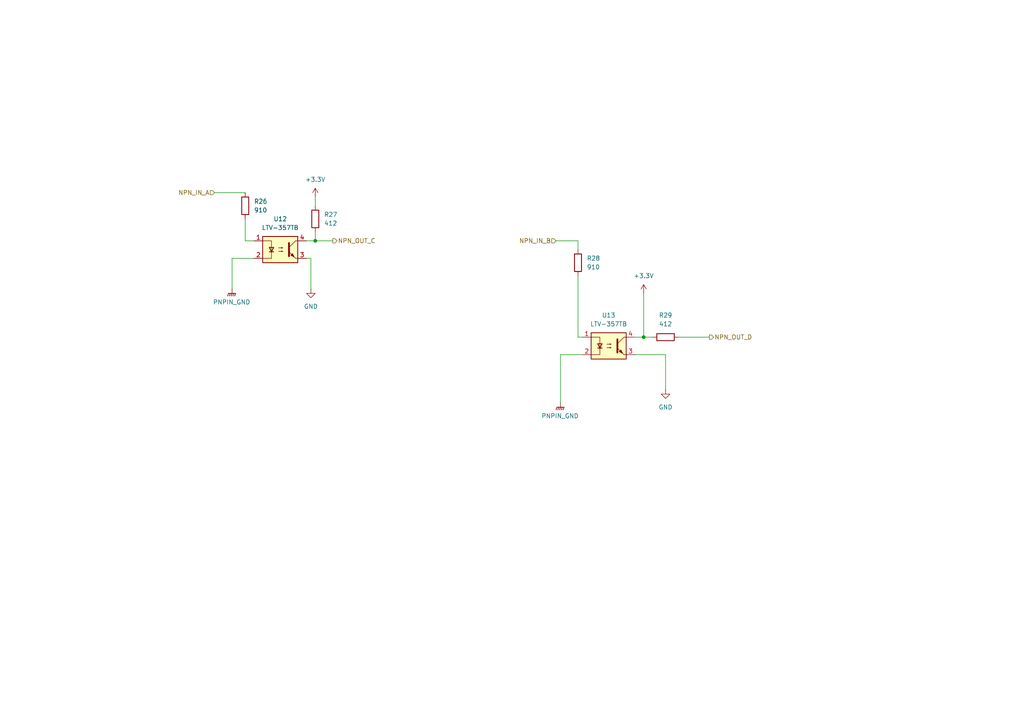
<source format=kicad_sch>
(kicad_sch
	(version 20250114)
	(generator "eeschema")
	(generator_version "9.0")
	(uuid "2c5eaa25-9f11-41e0-ab8b-c54f4512e3ef")
	(paper "A4")
	(lib_symbols
		(symbol "Device:R"
			(pin_numbers
				(hide yes)
			)
			(pin_names
				(offset 0)
			)
			(exclude_from_sim no)
			(in_bom yes)
			(on_board yes)
			(property "Reference" "R"
				(at 2.032 0 90)
				(effects
					(font
						(size 1.27 1.27)
					)
				)
			)
			(property "Value" "R"
				(at 0 0 90)
				(effects
					(font
						(size 1.27 1.27)
					)
				)
			)
			(property "Footprint" ""
				(at -1.778 0 90)
				(effects
					(font
						(size 1.27 1.27)
					)
					(hide yes)
				)
			)
			(property "Datasheet" "~"
				(at 0 0 0)
				(effects
					(font
						(size 1.27 1.27)
					)
					(hide yes)
				)
			)
			(property "Description" "Resistor"
				(at 0 0 0)
				(effects
					(font
						(size 1.27 1.27)
					)
					(hide yes)
				)
			)
			(property "ki_keywords" "R res resistor"
				(at 0 0 0)
				(effects
					(font
						(size 1.27 1.27)
					)
					(hide yes)
				)
			)
			(property "ki_fp_filters" "R_*"
				(at 0 0 0)
				(effects
					(font
						(size 1.27 1.27)
					)
					(hide yes)
				)
			)
			(symbol "R_0_1"
				(rectangle
					(start -1.016 -2.54)
					(end 1.016 2.54)
					(stroke
						(width 0.254)
						(type default)
					)
					(fill
						(type none)
					)
				)
			)
			(symbol "R_1_1"
				(pin passive line
					(at 0 3.81 270)
					(length 1.27)
					(name "~"
						(effects
							(font
								(size 1.27 1.27)
							)
						)
					)
					(number "1"
						(effects
							(font
								(size 1.27 1.27)
							)
						)
					)
				)
				(pin passive line
					(at 0 -3.81 90)
					(length 1.27)
					(name "~"
						(effects
							(font
								(size 1.27 1.27)
							)
						)
					)
					(number "2"
						(effects
							(font
								(size 1.27 1.27)
							)
						)
					)
				)
			)
			(embedded_fonts no)
		)
		(symbol "Isolator:LTV-357T"
			(pin_names
				(offset 1.016)
			)
			(exclude_from_sim no)
			(in_bom yes)
			(on_board yes)
			(property "Reference" "U"
				(at -5.334 4.826 0)
				(effects
					(font
						(size 1.27 1.27)
					)
					(justify left)
				)
			)
			(property "Value" "LTV-357T"
				(at 0 5.08 0)
				(effects
					(font
						(size 1.27 1.27)
					)
					(justify left)
				)
			)
			(property "Footprint" "Package_SO:SO-4_4.4x3.6mm_P2.54mm"
				(at -5.08 -5.08 0)
				(effects
					(font
						(size 1.27 1.27)
						(italic yes)
					)
					(justify left)
					(hide yes)
				)
			)
			(property "Datasheet" "https://www.buerklin.com/medias/sys_master/download/download/h91/ha0/8892020588574.pdf"
				(at 0 0 0)
				(effects
					(font
						(size 1.27 1.27)
					)
					(justify left)
					(hide yes)
				)
			)
			(property "Description" "DC Optocoupler, Vce 35V, CTR 50%, SO-4"
				(at 0 0 0)
				(effects
					(font
						(size 1.27 1.27)
					)
					(hide yes)
				)
			)
			(property "ki_keywords" "NPN DC Optocoupler"
				(at 0 0 0)
				(effects
					(font
						(size 1.27 1.27)
					)
					(hide yes)
				)
			)
			(property "ki_fp_filters" "SO*4.4x3.6mm*P2.54mm*"
				(at 0 0 0)
				(effects
					(font
						(size 1.27 1.27)
					)
					(hide yes)
				)
			)
			(symbol "LTV-357T_0_1"
				(rectangle
					(start -5.08 3.81)
					(end 5.08 -3.81)
					(stroke
						(width 0.254)
						(type default)
					)
					(fill
						(type background)
					)
				)
				(polyline
					(pts
						(xy -5.08 2.54) (xy -2.54 2.54) (xy -2.54 -0.762)
					)
					(stroke
						(width 0)
						(type default)
					)
					(fill
						(type none)
					)
				)
				(polyline
					(pts
						(xy -3.175 -0.635) (xy -1.905 -0.635)
					)
					(stroke
						(width 0.254)
						(type default)
					)
					(fill
						(type none)
					)
				)
				(polyline
					(pts
						(xy -2.54 -0.635) (xy -2.54 -2.54) (xy -5.08 -2.54)
					)
					(stroke
						(width 0)
						(type default)
					)
					(fill
						(type none)
					)
				)
				(polyline
					(pts
						(xy -2.54 -0.635) (xy -3.175 0.635) (xy -1.905 0.635) (xy -2.54 -0.635)
					)
					(stroke
						(width 0.254)
						(type default)
					)
					(fill
						(type none)
					)
				)
				(polyline
					(pts
						(xy -0.508 0.508) (xy 0.762 0.508) (xy 0.381 0.381) (xy 0.381 0.635) (xy 0.762 0.508)
					)
					(stroke
						(width 0)
						(type default)
					)
					(fill
						(type none)
					)
				)
				(polyline
					(pts
						(xy -0.508 -0.508) (xy 0.762 -0.508) (xy 0.381 -0.635) (xy 0.381 -0.381) (xy 0.762 -0.508)
					)
					(stroke
						(width 0)
						(type default)
					)
					(fill
						(type none)
					)
				)
				(polyline
					(pts
						(xy 2.54 1.905) (xy 2.54 -1.905) (xy 2.54 -1.905)
					)
					(stroke
						(width 0.508)
						(type default)
					)
					(fill
						(type none)
					)
				)
				(polyline
					(pts
						(xy 2.54 0.635) (xy 4.445 2.54)
					)
					(stroke
						(width 0)
						(type default)
					)
					(fill
						(type none)
					)
				)
				(polyline
					(pts
						(xy 3.048 -1.651) (xy 3.556 -1.143) (xy 4.064 -2.159) (xy 3.048 -1.651) (xy 3.048 -1.651)
					)
					(stroke
						(width 0)
						(type default)
					)
					(fill
						(type outline)
					)
				)
				(polyline
					(pts
						(xy 4.445 2.54) (xy 5.08 2.54)
					)
					(stroke
						(width 0)
						(type default)
					)
					(fill
						(type none)
					)
				)
				(polyline
					(pts
						(xy 4.445 -2.54) (xy 2.54 -0.635)
					)
					(stroke
						(width 0)
						(type default)
					)
					(fill
						(type outline)
					)
				)
				(polyline
					(pts
						(xy 4.445 -2.54) (xy 5.08 -2.54)
					)
					(stroke
						(width 0)
						(type default)
					)
					(fill
						(type none)
					)
				)
			)
			(symbol "LTV-357T_1_1"
				(pin passive line
					(at -7.62 2.54 0)
					(length 2.54)
					(name "~"
						(effects
							(font
								(size 1.27 1.27)
							)
						)
					)
					(number "1"
						(effects
							(font
								(size 1.27 1.27)
							)
						)
					)
				)
				(pin passive line
					(at -7.62 -2.54 0)
					(length 2.54)
					(name "~"
						(effects
							(font
								(size 1.27 1.27)
							)
						)
					)
					(number "2"
						(effects
							(font
								(size 1.27 1.27)
							)
						)
					)
				)
				(pin passive line
					(at 7.62 2.54 180)
					(length 2.54)
					(name "~"
						(effects
							(font
								(size 1.27 1.27)
							)
						)
					)
					(number "4"
						(effects
							(font
								(size 1.27 1.27)
							)
						)
					)
				)
				(pin passive line
					(at 7.62 -2.54 180)
					(length 2.54)
					(name "~"
						(effects
							(font
								(size 1.27 1.27)
							)
						)
					)
					(number "3"
						(effects
							(font
								(size 1.27 1.27)
							)
						)
					)
				)
			)
			(embedded_fonts no)
		)
		(symbol "power:+3.3V"
			(power)
			(pin_numbers
				(hide yes)
			)
			(pin_names
				(offset 0)
				(hide yes)
			)
			(exclude_from_sim no)
			(in_bom yes)
			(on_board yes)
			(property "Reference" "#PWR"
				(at 0 -3.81 0)
				(effects
					(font
						(size 1.27 1.27)
					)
					(hide yes)
				)
			)
			(property "Value" "+3.3V"
				(at 0 3.556 0)
				(effects
					(font
						(size 1.27 1.27)
					)
				)
			)
			(property "Footprint" ""
				(at 0 0 0)
				(effects
					(font
						(size 1.27 1.27)
					)
					(hide yes)
				)
			)
			(property "Datasheet" ""
				(at 0 0 0)
				(effects
					(font
						(size 1.27 1.27)
					)
					(hide yes)
				)
			)
			(property "Description" "Power symbol creates a global label with name \"+3.3V\""
				(at 0 0 0)
				(effects
					(font
						(size 1.27 1.27)
					)
					(hide yes)
				)
			)
			(property "ki_keywords" "global power"
				(at 0 0 0)
				(effects
					(font
						(size 1.27 1.27)
					)
					(hide yes)
				)
			)
			(symbol "+3.3V_0_1"
				(polyline
					(pts
						(xy -0.762 1.27) (xy 0 2.54)
					)
					(stroke
						(width 0)
						(type default)
					)
					(fill
						(type none)
					)
				)
				(polyline
					(pts
						(xy 0 2.54) (xy 0.762 1.27)
					)
					(stroke
						(width 0)
						(type default)
					)
					(fill
						(type none)
					)
				)
				(polyline
					(pts
						(xy 0 0) (xy 0 2.54)
					)
					(stroke
						(width 0)
						(type default)
					)
					(fill
						(type none)
					)
				)
			)
			(symbol "+3.3V_1_1"
				(pin power_in line
					(at 0 0 90)
					(length 0)
					(name "~"
						(effects
							(font
								(size 1.27 1.27)
							)
						)
					)
					(number "1"
						(effects
							(font
								(size 1.27 1.27)
							)
						)
					)
				)
			)
			(embedded_fonts no)
		)
		(symbol "power:GND"
			(power)
			(pin_numbers
				(hide yes)
			)
			(pin_names
				(offset 0)
				(hide yes)
			)
			(exclude_from_sim no)
			(in_bom yes)
			(on_board yes)
			(property "Reference" "#PWR"
				(at 0 -6.35 0)
				(effects
					(font
						(size 1.27 1.27)
					)
					(hide yes)
				)
			)
			(property "Value" "GND"
				(at 0 -3.81 0)
				(effects
					(font
						(size 1.27 1.27)
					)
				)
			)
			(property "Footprint" ""
				(at 0 0 0)
				(effects
					(font
						(size 1.27 1.27)
					)
					(hide yes)
				)
			)
			(property "Datasheet" ""
				(at 0 0 0)
				(effects
					(font
						(size 1.27 1.27)
					)
					(hide yes)
				)
			)
			(property "Description" "Power symbol creates a global label with name \"GND\" , ground"
				(at 0 0 0)
				(effects
					(font
						(size 1.27 1.27)
					)
					(hide yes)
				)
			)
			(property "ki_keywords" "global power"
				(at 0 0 0)
				(effects
					(font
						(size 1.27 1.27)
					)
					(hide yes)
				)
			)
			(symbol "GND_0_1"
				(polyline
					(pts
						(xy 0 0) (xy 0 -1.27) (xy 1.27 -1.27) (xy 0 -2.54) (xy -1.27 -1.27) (xy 0 -1.27)
					)
					(stroke
						(width 0)
						(type default)
					)
					(fill
						(type none)
					)
				)
			)
			(symbol "GND_1_1"
				(pin power_in line
					(at 0 0 270)
					(length 0)
					(name "~"
						(effects
							(font
								(size 1.27 1.27)
							)
						)
					)
					(number "1"
						(effects
							(font
								(size 1.27 1.27)
							)
						)
					)
				)
			)
			(embedded_fonts no)
		)
		(symbol "power:GNDPWR"
			(power)
			(pin_numbers
				(hide yes)
			)
			(pin_names
				(offset 0)
				(hide yes)
			)
			(exclude_from_sim no)
			(in_bom yes)
			(on_board yes)
			(property "Reference" "#PWR"
				(at 0 -5.08 0)
				(effects
					(font
						(size 1.27 1.27)
					)
					(hide yes)
				)
			)
			(property "Value" "GNDPWR"
				(at 0 -3.302 0)
				(effects
					(font
						(size 1.27 1.27)
					)
				)
			)
			(property "Footprint" ""
				(at 0 -1.27 0)
				(effects
					(font
						(size 1.27 1.27)
					)
					(hide yes)
				)
			)
			(property "Datasheet" ""
				(at 0 -1.27 0)
				(effects
					(font
						(size 1.27 1.27)
					)
					(hide yes)
				)
			)
			(property "Description" "Power symbol creates a global label with name \"GNDPWR\" , global ground"
				(at 0 0 0)
				(effects
					(font
						(size 1.27 1.27)
					)
					(hide yes)
				)
			)
			(property "ki_keywords" "global ground"
				(at 0 0 0)
				(effects
					(font
						(size 1.27 1.27)
					)
					(hide yes)
				)
			)
			(symbol "GNDPWR_0_1"
				(polyline
					(pts
						(xy -1.016 -1.27) (xy -1.27 -2.032) (xy -1.27 -2.032)
					)
					(stroke
						(width 0.2032)
						(type default)
					)
					(fill
						(type none)
					)
				)
				(polyline
					(pts
						(xy -0.508 -1.27) (xy -0.762 -2.032) (xy -0.762 -2.032)
					)
					(stroke
						(width 0.2032)
						(type default)
					)
					(fill
						(type none)
					)
				)
				(polyline
					(pts
						(xy 0 -1.27) (xy 0 0)
					)
					(stroke
						(width 0)
						(type default)
					)
					(fill
						(type none)
					)
				)
				(polyline
					(pts
						(xy 0 -1.27) (xy -0.254 -2.032) (xy -0.254 -2.032)
					)
					(stroke
						(width 0.2032)
						(type default)
					)
					(fill
						(type none)
					)
				)
				(polyline
					(pts
						(xy 0.508 -1.27) (xy 0.254 -2.032) (xy 0.254 -2.032)
					)
					(stroke
						(width 0.2032)
						(type default)
					)
					(fill
						(type none)
					)
				)
				(polyline
					(pts
						(xy 1.016 -1.27) (xy -1.016 -1.27) (xy -1.016 -1.27)
					)
					(stroke
						(width 0.2032)
						(type default)
					)
					(fill
						(type none)
					)
				)
				(polyline
					(pts
						(xy 1.016 -1.27) (xy 0.762 -2.032) (xy 0.762 -2.032) (xy 0.762 -2.032)
					)
					(stroke
						(width 0.2032)
						(type default)
					)
					(fill
						(type none)
					)
				)
			)
			(symbol "GNDPWR_1_1"
				(pin power_in line
					(at 0 0 270)
					(length 0)
					(name "~"
						(effects
							(font
								(size 1.27 1.27)
							)
						)
					)
					(number "1"
						(effects
							(font
								(size 1.27 1.27)
							)
						)
					)
				)
			)
			(embedded_fonts no)
		)
	)
	(junction
		(at 91.44 69.85)
		(diameter 0)
		(color 0 0 0 0)
		(uuid "781cb962-222a-473e-b23d-773c97de4571")
	)
	(junction
		(at 186.69 97.79)
		(diameter 0)
		(color 0 0 0 0)
		(uuid "f3fe7a17-85f4-48df-b093-b4ef1fad4972")
	)
	(wire
		(pts
			(xy 91.44 57.15) (xy 91.44 59.69)
		)
		(stroke
			(width 0)
			(type default)
		)
		(uuid "065fa259-dd4b-44a2-9cd9-edf39840287d")
	)
	(wire
		(pts
			(xy 90.17 83.82) (xy 90.17 74.93)
		)
		(stroke
			(width 0)
			(type default)
		)
		(uuid "24cda3b6-7b92-4ff8-b464-65ab420f85e3")
	)
	(wire
		(pts
			(xy 186.69 97.79) (xy 189.23 97.79)
		)
		(stroke
			(width 0)
			(type default)
		)
		(uuid "2ecfc529-0bbc-4e0d-a728-12b5c05ce126")
	)
	(wire
		(pts
			(xy 186.69 85.09) (xy 186.69 97.79)
		)
		(stroke
			(width 0)
			(type default)
		)
		(uuid "3e3dc0a0-0438-49a0-a84b-dcc63f1d0c92")
	)
	(wire
		(pts
			(xy 71.12 63.5) (xy 71.12 69.85)
		)
		(stroke
			(width 0)
			(type default)
		)
		(uuid "42028ef2-0d0e-4045-88ca-b5b5ca0a3dd3")
	)
	(wire
		(pts
			(xy 67.31 74.93) (xy 73.66 74.93)
		)
		(stroke
			(width 0)
			(type default)
		)
		(uuid "51c0456d-75b7-4f3b-884d-81029aa2f089")
	)
	(wire
		(pts
			(xy 88.9 74.93) (xy 90.17 74.93)
		)
		(stroke
			(width 0)
			(type default)
		)
		(uuid "63a34526-9e86-4694-9365-467d521594df")
	)
	(wire
		(pts
			(xy 167.64 69.85) (xy 161.29 69.85)
		)
		(stroke
			(width 0)
			(type default)
		)
		(uuid "6b2bca14-29b5-405e-a59a-f110f16cf689")
	)
	(wire
		(pts
			(xy 67.31 83.82) (xy 67.31 74.93)
		)
		(stroke
			(width 0)
			(type default)
		)
		(uuid "7b044938-d17a-4e59-972a-4d8dee1ca30c")
	)
	(wire
		(pts
			(xy 162.56 116.84) (xy 162.56 102.87)
		)
		(stroke
			(width 0)
			(type default)
		)
		(uuid "863410b2-bbac-4b02-8549-9e3bd34fb018")
	)
	(wire
		(pts
			(xy 71.12 69.85) (xy 73.66 69.85)
		)
		(stroke
			(width 0)
			(type default)
		)
		(uuid "90b6ff1f-2a77-42d4-b2b2-c6dd6f814342")
	)
	(wire
		(pts
			(xy 91.44 69.85) (xy 96.52 69.85)
		)
		(stroke
			(width 0)
			(type default)
		)
		(uuid "94fb162a-af45-4b17-8195-9353d2e1638c")
	)
	(wire
		(pts
			(xy 162.56 102.87) (xy 168.91 102.87)
		)
		(stroke
			(width 0)
			(type default)
		)
		(uuid "9aaaadd1-5525-4c42-ad9b-b5342ab51b4e")
	)
	(wire
		(pts
			(xy 193.04 113.03) (xy 193.04 102.87)
		)
		(stroke
			(width 0)
			(type default)
		)
		(uuid "acca4cb2-c764-40ef-8885-9c63f50fa713")
	)
	(wire
		(pts
			(xy 91.44 69.85) (xy 91.44 67.31)
		)
		(stroke
			(width 0)
			(type default)
		)
		(uuid "b48ee67e-b311-481c-925e-bbc5972a5694")
	)
	(wire
		(pts
			(xy 88.9 69.85) (xy 91.44 69.85)
		)
		(stroke
			(width 0)
			(type default)
		)
		(uuid "b8ed6416-9fa6-4a1d-9c42-eebf041a59c8")
	)
	(wire
		(pts
			(xy 184.15 102.87) (xy 193.04 102.87)
		)
		(stroke
			(width 0)
			(type default)
		)
		(uuid "c3d688bc-11cf-4596-b79d-5cb0217decaf")
	)
	(wire
		(pts
			(xy 62.23 55.88) (xy 71.12 55.88)
		)
		(stroke
			(width 0)
			(type default)
		)
		(uuid "cca70282-4258-4600-baa5-2ff95de528df")
	)
	(wire
		(pts
			(xy 167.64 72.39) (xy 167.64 69.85)
		)
		(stroke
			(width 0)
			(type default)
		)
		(uuid "e09b0620-7a4f-43e9-a1fe-448d80f0e9a5")
	)
	(wire
		(pts
			(xy 184.15 97.79) (xy 186.69 97.79)
		)
		(stroke
			(width 0)
			(type default)
		)
		(uuid "e5471ebc-319e-4441-85f1-8513cde81a0c")
	)
	(wire
		(pts
			(xy 167.64 97.79) (xy 168.91 97.79)
		)
		(stroke
			(width 0)
			(type default)
		)
		(uuid "ea22c1ea-ffb5-4909-9c72-d98c8e5071d9")
	)
	(wire
		(pts
			(xy 167.64 80.01) (xy 167.64 97.79)
		)
		(stroke
			(width 0)
			(type default)
		)
		(uuid "ecdbbd15-4e05-433b-94be-0ea8b36d9694")
	)
	(wire
		(pts
			(xy 196.85 97.79) (xy 205.74 97.79)
		)
		(stroke
			(width 0)
			(type default)
		)
		(uuid "f797cbf5-960b-4272-a78d-96d22c6321d2")
	)
	(hierarchical_label "NPN_IN_A"
		(shape input)
		(at 62.23 55.88 180)
		(effects
			(font
				(size 1.27 1.27)
			)
			(justify right)
		)
		(uuid "37bfca00-bd91-4d21-8223-ad81ffbe5dd2")
	)
	(hierarchical_label "NPN_OUT_C"
		(shape output)
		(at 96.52 69.85 0)
		(effects
			(font
				(size 1.27 1.27)
			)
			(justify left)
		)
		(uuid "6b62534c-f560-4277-994c-e84fe17a860f")
	)
	(hierarchical_label "NPN_OUT_D"
		(shape output)
		(at 205.74 97.79 0)
		(effects
			(font
				(size 1.27 1.27)
			)
			(justify left)
		)
		(uuid "e54045c4-20cd-4c25-bb54-2a59ae35fad0")
	)
	(hierarchical_label "NPN_IN_B"
		(shape input)
		(at 161.29 69.85 180)
		(effects
			(font
				(size 1.27 1.27)
			)
			(justify right)
		)
		(uuid "f3389aea-8d14-40ac-8d16-bd0088992e94")
	)
	(symbol
		(lib_id "power:GND")
		(at 90.17 83.82 0)
		(unit 1)
		(exclude_from_sim no)
		(in_bom yes)
		(on_board yes)
		(dnp no)
		(fields_autoplaced yes)
		(uuid "311da946-0671-4199-9a6c-a7cf84d957cb")
		(property "Reference" "#PWR053"
			(at 90.17 90.17 0)
			(effects
				(font
					(size 1.27 1.27)
				)
				(hide yes)
			)
		)
		(property "Value" "GND"
			(at 90.17 88.9 0)
			(effects
				(font
					(size 1.27 1.27)
				)
			)
		)
		(property "Footprint" ""
			(at 90.17 83.82 0)
			(effects
				(font
					(size 1.27 1.27)
				)
				(hide yes)
			)
		)
		(property "Datasheet" ""
			(at 90.17 83.82 0)
			(effects
				(font
					(size 1.27 1.27)
				)
				(hide yes)
			)
		)
		(property "Description" "Power symbol creates a global label with name \"GND\" , ground"
			(at 90.17 83.82 0)
			(effects
				(font
					(size 1.27 1.27)
				)
				(hide yes)
			)
		)
		(pin "1"
			(uuid "b8ff4c25-2a54-4c76-beae-ac2311e4084c")
		)
		(instances
			(project "NIVARA PROJECT"
				(path "/dc6fb271-dfd0-4448-98f1-862b1cc93a80/2ca62569-d560-4cca-9470-52fd378086ae/b63deb75-2d87-4a03-899b-8c4e00e95645"
					(reference "#PWR053")
					(unit 1)
				)
			)
		)
	)
	(symbol
		(lib_id "Isolator:LTV-357T")
		(at 176.53 100.33 0)
		(unit 1)
		(exclude_from_sim no)
		(in_bom yes)
		(on_board yes)
		(dnp no)
		(fields_autoplaced yes)
		(uuid "362914e0-9871-4c45-bd37-0121fb7c1e75")
		(property "Reference" "U13"
			(at 176.53 91.44 0)
			(effects
				(font
					(size 1.27 1.27)
				)
			)
		)
		(property "Value" "LTV-357TB"
			(at 176.53 93.98 0)
			(effects
				(font
					(size 1.27 1.27)
				)
			)
		)
		(property "Footprint" "Package_SO:SO-4_4.4x3.6mm_P2.54mm"
			(at 171.45 105.41 0)
			(effects
				(font
					(size 1.27 1.27)
					(italic yes)
				)
				(justify left)
				(hide yes)
			)
		)
		(property "Datasheet" "https://www.buerklin.com/medias/sys_master/download/download/h91/ha0/8892020588574.pdf"
			(at 176.53 100.33 0)
			(effects
				(font
					(size 1.27 1.27)
				)
				(justify left)
				(hide yes)
			)
		)
		(property "Description" "DC Optocoupler, Vce 35V, CTR 50%, SO-4"
			(at 176.53 100.33 0)
			(effects
				(font
					(size 1.27 1.27)
				)
				(hide yes)
			)
		)
		(pin "3"
			(uuid "da96d5ff-ec6a-4385-b1e8-9953b3024e06")
		)
		(pin "1"
			(uuid "0b086674-9503-4d90-bb85-763ece164b31")
		)
		(pin "2"
			(uuid "c61e6e70-46bb-4534-ae1e-d5f38f844302")
		)
		(pin "4"
			(uuid "80d28f3b-55ee-4e82-b2a7-faeeab65ec48")
		)
		(instances
			(project "NIVARA PROJECT"
				(path "/dc6fb271-dfd0-4448-98f1-862b1cc93a80/2ca62569-d560-4cca-9470-52fd378086ae/b63deb75-2d87-4a03-899b-8c4e00e95645"
					(reference "U13")
					(unit 1)
				)
			)
		)
	)
	(symbol
		(lib_id "Device:R")
		(at 71.12 59.69 0)
		(unit 1)
		(exclude_from_sim no)
		(in_bom yes)
		(on_board yes)
		(dnp no)
		(fields_autoplaced yes)
		(uuid "3e52b149-482e-40cc-a499-46f6b2bec5b5")
		(property "Reference" "R26"
			(at 73.66 58.4199 0)
			(effects
				(font
					(size 1.27 1.27)
				)
				(justify left)
			)
		)
		(property "Value" "910"
			(at 73.66 60.9599 0)
			(effects
				(font
					(size 1.27 1.27)
				)
				(justify left)
			)
		)
		(property "Footprint" "PCM_Resistor_SMD_AKL:R_0603_1608Metric"
			(at 69.342 59.69 90)
			(effects
				(font
					(size 1.27 1.27)
				)
				(hide yes)
			)
		)
		(property "Datasheet" "~"
			(at 71.12 59.69 0)
			(effects
				(font
					(size 1.27 1.27)
				)
				(hide yes)
			)
		)
		(property "Description" "Resistor"
			(at 71.12 59.69 0)
			(effects
				(font
					(size 1.27 1.27)
				)
				(hide yes)
			)
		)
		(pin "2"
			(uuid "453071ec-639a-4144-9d6a-59f7ba5156e3")
		)
		(pin "1"
			(uuid "c46f2032-238c-4a23-952b-a894502f4be3")
		)
		(instances
			(project "NIVARA PROJECT"
				(path "/dc6fb271-dfd0-4448-98f1-862b1cc93a80/2ca62569-d560-4cca-9470-52fd378086ae/b63deb75-2d87-4a03-899b-8c4e00e95645"
					(reference "R26")
					(unit 1)
				)
			)
		)
	)
	(symbol
		(lib_id "power:+3.3V")
		(at 91.44 57.15 0)
		(unit 1)
		(exclude_from_sim no)
		(in_bom yes)
		(on_board yes)
		(dnp no)
		(fields_autoplaced yes)
		(uuid "55be73c6-1a52-4629-8f34-c7877f3a866f")
		(property "Reference" "#PWR054"
			(at 91.44 60.96 0)
			(effects
				(font
					(size 1.27 1.27)
				)
				(hide yes)
			)
		)
		(property "Value" "+3.3V"
			(at 91.44 52.07 0)
			(effects
				(font
					(size 1.27 1.27)
				)
			)
		)
		(property "Footprint" ""
			(at 91.44 57.15 0)
			(effects
				(font
					(size 1.27 1.27)
				)
				(hide yes)
			)
		)
		(property "Datasheet" ""
			(at 91.44 57.15 0)
			(effects
				(font
					(size 1.27 1.27)
				)
				(hide yes)
			)
		)
		(property "Description" "Power symbol creates a global label with name \"+3.3V\""
			(at 91.44 57.15 0)
			(effects
				(font
					(size 1.27 1.27)
				)
				(hide yes)
			)
		)
		(pin "1"
			(uuid "20b7d824-1bbc-47e1-be62-33aeb0a2c2e5")
		)
		(instances
			(project "NIVARA PROJECT"
				(path "/dc6fb271-dfd0-4448-98f1-862b1cc93a80/2ca62569-d560-4cca-9470-52fd378086ae/b63deb75-2d87-4a03-899b-8c4e00e95645"
					(reference "#PWR054")
					(unit 1)
				)
			)
		)
	)
	(symbol
		(lib_id "Device:R")
		(at 193.04 97.79 270)
		(unit 1)
		(exclude_from_sim no)
		(in_bom yes)
		(on_board yes)
		(dnp no)
		(fields_autoplaced yes)
		(uuid "7fc5a257-fbe7-4541-aa31-d9711cf8ecdf")
		(property "Reference" "R29"
			(at 193.04 91.44 90)
			(effects
				(font
					(size 1.27 1.27)
				)
			)
		)
		(property "Value" "412"
			(at 193.04 93.98 90)
			(effects
				(font
					(size 1.27 1.27)
				)
			)
		)
		(property "Footprint" "PCM_Resistor_SMD_AKL:R_0603_1608Metric"
			(at 193.04 96.012 90)
			(effects
				(font
					(size 1.27 1.27)
				)
				(hide yes)
			)
		)
		(property "Datasheet" "~"
			(at 193.04 97.79 0)
			(effects
				(font
					(size 1.27 1.27)
				)
				(hide yes)
			)
		)
		(property "Description" "Resistor"
			(at 193.04 97.79 0)
			(effects
				(font
					(size 1.27 1.27)
				)
				(hide yes)
			)
		)
		(pin "1"
			(uuid "c2d1e46e-82a5-4d5b-8220-472c5a4e2983")
		)
		(pin "2"
			(uuid "7addb14f-120b-497f-9bca-8c751eba7ae1")
		)
		(instances
			(project "NIVARA PROJECT"
				(path "/dc6fb271-dfd0-4448-98f1-862b1cc93a80/2ca62569-d560-4cca-9470-52fd378086ae/b63deb75-2d87-4a03-899b-8c4e00e95645"
					(reference "R29")
					(unit 1)
				)
			)
		)
	)
	(symbol
		(lib_id "power:+3.3V")
		(at 186.69 85.09 0)
		(unit 1)
		(exclude_from_sim no)
		(in_bom yes)
		(on_board yes)
		(dnp no)
		(fields_autoplaced yes)
		(uuid "84fc46fb-49ee-4358-8e75-aef665074da3")
		(property "Reference" "#PWR056"
			(at 186.69 88.9 0)
			(effects
				(font
					(size 1.27 1.27)
				)
				(hide yes)
			)
		)
		(property "Value" "+3.3V"
			(at 186.69 80.01 0)
			(effects
				(font
					(size 1.27 1.27)
				)
			)
		)
		(property "Footprint" ""
			(at 186.69 85.09 0)
			(effects
				(font
					(size 1.27 1.27)
				)
				(hide yes)
			)
		)
		(property "Datasheet" ""
			(at 186.69 85.09 0)
			(effects
				(font
					(size 1.27 1.27)
				)
				(hide yes)
			)
		)
		(property "Description" "Power symbol creates a global label with name \"+3.3V\""
			(at 186.69 85.09 0)
			(effects
				(font
					(size 1.27 1.27)
				)
				(hide yes)
			)
		)
		(pin "1"
			(uuid "bc1840d6-6ed8-4da4-b68a-32ce631b4d25")
		)
		(instances
			(project "NIVARA PROJECT"
				(path "/dc6fb271-dfd0-4448-98f1-862b1cc93a80/2ca62569-d560-4cca-9470-52fd378086ae/b63deb75-2d87-4a03-899b-8c4e00e95645"
					(reference "#PWR056")
					(unit 1)
				)
			)
		)
	)
	(symbol
		(lib_id "Isolator:LTV-357T")
		(at 81.28 72.39 0)
		(unit 1)
		(exclude_from_sim no)
		(in_bom yes)
		(on_board yes)
		(dnp no)
		(fields_autoplaced yes)
		(uuid "868a770d-92bc-48a8-b61b-40ce9fcd4c24")
		(property "Reference" "U12"
			(at 81.28 63.5 0)
			(effects
				(font
					(size 1.27 1.27)
				)
			)
		)
		(property "Value" "LTV-357TB"
			(at 81.28 66.04 0)
			(effects
				(font
					(size 1.27 1.27)
				)
			)
		)
		(property "Footprint" "Package_SO:SO-4_4.4x3.6mm_P2.54mm"
			(at 76.2 77.47 0)
			(effects
				(font
					(size 1.27 1.27)
					(italic yes)
				)
				(justify left)
				(hide yes)
			)
		)
		(property "Datasheet" "https://www.buerklin.com/medias/sys_master/download/download/h91/ha0/8892020588574.pdf"
			(at 81.28 72.39 0)
			(effects
				(font
					(size 1.27 1.27)
				)
				(justify left)
				(hide yes)
			)
		)
		(property "Description" "DC Optocoupler, Vce 35V, CTR 50%, SO-4"
			(at 81.28 72.39 0)
			(effects
				(font
					(size 1.27 1.27)
				)
				(hide yes)
			)
		)
		(pin "3"
			(uuid "a87efdc5-0456-402c-bcf6-b119cc638a3f")
		)
		(pin "1"
			(uuid "c0b315ce-785c-4539-b737-317bae1b5c07")
		)
		(pin "2"
			(uuid "0dabfbcd-a0ad-470d-bf88-2572ad11f14b")
		)
		(pin "4"
			(uuid "40b16259-4db9-42a8-99c7-d1b4a391c135")
		)
		(instances
			(project "NIVARA PROJECT"
				(path "/dc6fb271-dfd0-4448-98f1-862b1cc93a80/2ca62569-d560-4cca-9470-52fd378086ae/b63deb75-2d87-4a03-899b-8c4e00e95645"
					(reference "U12")
					(unit 1)
				)
			)
		)
	)
	(symbol
		(lib_id "power:GNDPWR")
		(at 67.31 83.82 0)
		(unit 1)
		(exclude_from_sim no)
		(in_bom yes)
		(on_board yes)
		(dnp no)
		(fields_autoplaced yes)
		(uuid "a9d6dadb-1733-4c81-91c0-d214acfeeb9f")
		(property "Reference" "#PWR052"
			(at 67.31 88.9 0)
			(effects
				(font
					(size 1.27 1.27)
				)
				(hide yes)
			)
		)
		(property "Value" "PNPIN_GND"
			(at 67.183 87.63 0)
			(effects
				(font
					(size 1.27 1.27)
				)
			)
		)
		(property "Footprint" ""
			(at 67.31 85.09 0)
			(effects
				(font
					(size 1.27 1.27)
				)
				(hide yes)
			)
		)
		(property "Datasheet" ""
			(at 67.31 85.09 0)
			(effects
				(font
					(size 1.27 1.27)
				)
				(hide yes)
			)
		)
		(property "Description" "Power symbol creates a global label with name \"GNDPWR\" , global ground"
			(at 67.31 83.82 0)
			(effects
				(font
					(size 1.27 1.27)
				)
				(hide yes)
			)
		)
		(pin "1"
			(uuid "bb5c5495-1e19-4e62-b5db-388f70b027db")
		)
		(instances
			(project "NIVARA PROJECT"
				(path "/dc6fb271-dfd0-4448-98f1-862b1cc93a80/2ca62569-d560-4cca-9470-52fd378086ae/b63deb75-2d87-4a03-899b-8c4e00e95645"
					(reference "#PWR052")
					(unit 1)
				)
			)
		)
	)
	(symbol
		(lib_id "Device:R")
		(at 91.44 63.5 180)
		(unit 1)
		(exclude_from_sim no)
		(in_bom yes)
		(on_board yes)
		(dnp no)
		(fields_autoplaced yes)
		(uuid "cd737c57-ccb6-4ee2-8260-abe1b3a229e4")
		(property "Reference" "R27"
			(at 93.98 62.2299 0)
			(effects
				(font
					(size 1.27 1.27)
				)
				(justify right)
			)
		)
		(property "Value" "412"
			(at 93.98 64.7699 0)
			(effects
				(font
					(size 1.27 1.27)
				)
				(justify right)
			)
		)
		(property "Footprint" "PCM_Resistor_SMD_AKL:R_0603_1608Metric"
			(at 93.218 63.5 90)
			(effects
				(font
					(size 1.27 1.27)
				)
				(hide yes)
			)
		)
		(property "Datasheet" "~"
			(at 91.44 63.5 0)
			(effects
				(font
					(size 1.27 1.27)
				)
				(hide yes)
			)
		)
		(property "Description" "Resistor"
			(at 91.44 63.5 0)
			(effects
				(font
					(size 1.27 1.27)
				)
				(hide yes)
			)
		)
		(pin "1"
			(uuid "c9ecfd6b-3f9f-49d2-85db-94f511664b75")
		)
		(pin "2"
			(uuid "31cac4a7-126f-4114-a278-718d70274e71")
		)
		(instances
			(project "NIVARA PROJECT"
				(path "/dc6fb271-dfd0-4448-98f1-862b1cc93a80/2ca62569-d560-4cca-9470-52fd378086ae/b63deb75-2d87-4a03-899b-8c4e00e95645"
					(reference "R27")
					(unit 1)
				)
			)
		)
	)
	(symbol
		(lib_id "power:GNDPWR")
		(at 162.56 116.84 0)
		(unit 1)
		(exclude_from_sim no)
		(in_bom yes)
		(on_board yes)
		(dnp no)
		(fields_autoplaced yes)
		(uuid "d142a5be-488d-4974-8f4d-27c6aac2025b")
		(property "Reference" "#PWR055"
			(at 162.56 121.92 0)
			(effects
				(font
					(size 1.27 1.27)
				)
				(hide yes)
			)
		)
		(property "Value" "PNPIN_GND"
			(at 162.433 120.65 0)
			(effects
				(font
					(size 1.27 1.27)
				)
			)
		)
		(property "Footprint" ""
			(at 162.56 118.11 0)
			(effects
				(font
					(size 1.27 1.27)
				)
				(hide yes)
			)
		)
		(property "Datasheet" ""
			(at 162.56 118.11 0)
			(effects
				(font
					(size 1.27 1.27)
				)
				(hide yes)
			)
		)
		(property "Description" "Power symbol creates a global label with name \"GNDPWR\" , global ground"
			(at 162.56 116.84 0)
			(effects
				(font
					(size 1.27 1.27)
				)
				(hide yes)
			)
		)
		(pin "1"
			(uuid "d8ad316f-14ca-4e85-824c-f6a33ead7311")
		)
		(instances
			(project "NIVARA PROJECT"
				(path "/dc6fb271-dfd0-4448-98f1-862b1cc93a80/2ca62569-d560-4cca-9470-52fd378086ae/b63deb75-2d87-4a03-899b-8c4e00e95645"
					(reference "#PWR055")
					(unit 1)
				)
			)
		)
	)
	(symbol
		(lib_id "power:GND")
		(at 193.04 113.03 0)
		(unit 1)
		(exclude_from_sim no)
		(in_bom yes)
		(on_board yes)
		(dnp no)
		(fields_autoplaced yes)
		(uuid "e05a694a-d168-4f0c-858d-59c2613a69f3")
		(property "Reference" "#PWR057"
			(at 193.04 119.38 0)
			(effects
				(font
					(size 1.27 1.27)
				)
				(hide yes)
			)
		)
		(property "Value" "GND"
			(at 193.04 118.11 0)
			(effects
				(font
					(size 1.27 1.27)
				)
			)
		)
		(property "Footprint" ""
			(at 193.04 113.03 0)
			(effects
				(font
					(size 1.27 1.27)
				)
				(hide yes)
			)
		)
		(property "Datasheet" ""
			(at 193.04 113.03 0)
			(effects
				(font
					(size 1.27 1.27)
				)
				(hide yes)
			)
		)
		(property "Description" "Power symbol creates a global label with name \"GND\" , ground"
			(at 193.04 113.03 0)
			(effects
				(font
					(size 1.27 1.27)
				)
				(hide yes)
			)
		)
		(pin "1"
			(uuid "c22c76b3-4b21-434e-ae6f-c5aa3671d274")
		)
		(instances
			(project "NIVARA PROJECT"
				(path "/dc6fb271-dfd0-4448-98f1-862b1cc93a80/2ca62569-d560-4cca-9470-52fd378086ae/b63deb75-2d87-4a03-899b-8c4e00e95645"
					(reference "#PWR057")
					(unit 1)
				)
			)
		)
	)
	(symbol
		(lib_id "Device:R")
		(at 167.64 76.2 0)
		(unit 1)
		(exclude_from_sim no)
		(in_bom yes)
		(on_board yes)
		(dnp no)
		(fields_autoplaced yes)
		(uuid "fba351c3-01f6-4160-b68c-49f351eb14d6")
		(property "Reference" "R28"
			(at 170.18 74.9299 0)
			(effects
				(font
					(size 1.27 1.27)
				)
				(justify left)
			)
		)
		(property "Value" "910"
			(at 170.18 77.4699 0)
			(effects
				(font
					(size 1.27 1.27)
				)
				(justify left)
			)
		)
		(property "Footprint" "Resistor_SMD:R_0603_1608Metric"
			(at 165.862 76.2 90)
			(effects
				(font
					(size 1.27 1.27)
				)
				(hide yes)
			)
		)
		(property "Datasheet" "~"
			(at 167.64 76.2 0)
			(effects
				(font
					(size 1.27 1.27)
				)
				(hide yes)
			)
		)
		(property "Description" "Resistor"
			(at 167.64 76.2 0)
			(effects
				(font
					(size 1.27 1.27)
				)
				(hide yes)
			)
		)
		(property "LCSC#" "C114670"
			(at 167.64 76.2 90)
			(effects
				(font
					(size 1.27 1.27)
				)
				(hide yes)
			)
		)
		(pin "1"
			(uuid "2836d17e-a763-4c7d-a6eb-ef64793110fa")
		)
		(pin "2"
			(uuid "46cbe3c6-33d5-4be2-b84c-3fa555b28c59")
		)
		(instances
			(project "NIVARA PROJECT"
				(path "/dc6fb271-dfd0-4448-98f1-862b1cc93a80/2ca62569-d560-4cca-9470-52fd378086ae/b63deb75-2d87-4a03-899b-8c4e00e95645"
					(reference "R28")
					(unit 1)
				)
			)
		)
	)
)

</source>
